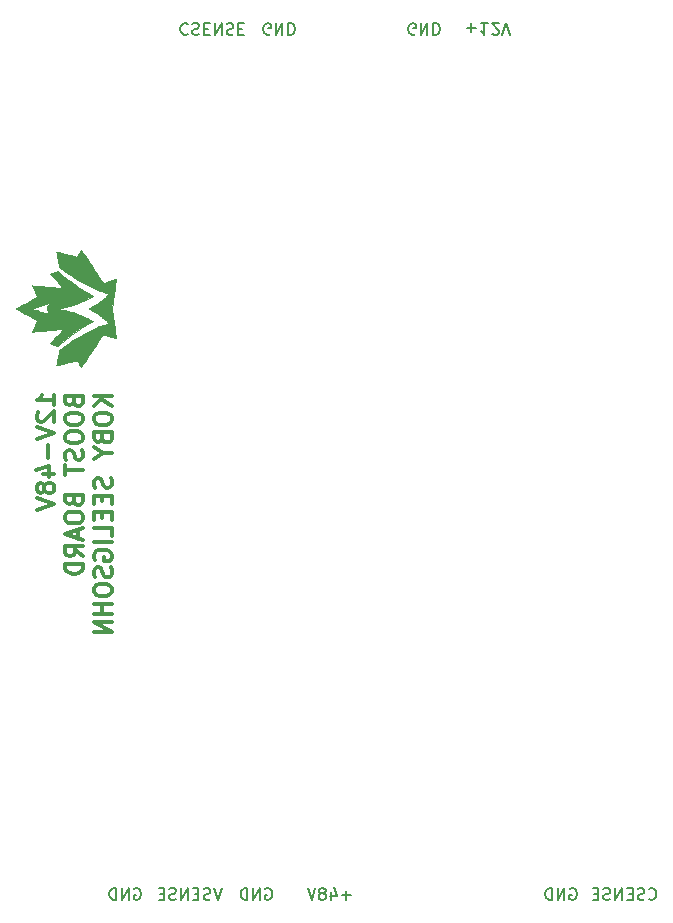
<source format=gbr>
%TF.GenerationSoftware,KiCad,Pcbnew,8.0.4*%
%TF.CreationDate,2025-06-08T20:42:27-04:00*%
%TF.ProjectId,12V-48V_Boost_Board,3132562d-3438-4565-9f42-6f6f73745f42,rev?*%
%TF.SameCoordinates,Original*%
%TF.FileFunction,Legend,Bot*%
%TF.FilePolarity,Positive*%
%FSLAX46Y46*%
G04 Gerber Fmt 4.6, Leading zero omitted, Abs format (unit mm)*
G04 Created by KiCad (PCBNEW 8.0.4) date 2025-06-08 20:42:27*
%MOMM*%
%LPD*%
G01*
G04 APERTURE LIST*
%ADD10C,0.200000*%
%ADD11C,0.300000*%
%ADD12C,0.010000*%
G04 APERTURE END LIST*
D10*
X129805482Y-70385161D02*
X129710244Y-70432780D01*
X129710244Y-70432780D02*
X129567387Y-70432780D01*
X129567387Y-70432780D02*
X129424530Y-70385161D01*
X129424530Y-70385161D02*
X129329292Y-70289923D01*
X129329292Y-70289923D02*
X129281673Y-70194685D01*
X129281673Y-70194685D02*
X129234054Y-70004209D01*
X129234054Y-70004209D02*
X129234054Y-69861352D01*
X129234054Y-69861352D02*
X129281673Y-69670876D01*
X129281673Y-69670876D02*
X129329292Y-69575638D01*
X129329292Y-69575638D02*
X129424530Y-69480400D01*
X129424530Y-69480400D02*
X129567387Y-69432780D01*
X129567387Y-69432780D02*
X129662625Y-69432780D01*
X129662625Y-69432780D02*
X129805482Y-69480400D01*
X129805482Y-69480400D02*
X129853101Y-69528019D01*
X129853101Y-69528019D02*
X129853101Y-69861352D01*
X129853101Y-69861352D02*
X129662625Y-69861352D01*
X130281673Y-69432780D02*
X130281673Y-70432780D01*
X130281673Y-70432780D02*
X130853101Y-69432780D01*
X130853101Y-69432780D02*
X130853101Y-70432780D01*
X131329292Y-69432780D02*
X131329292Y-70432780D01*
X131329292Y-70432780D02*
X131567387Y-70432780D01*
X131567387Y-70432780D02*
X131710244Y-70385161D01*
X131710244Y-70385161D02*
X131805482Y-70289923D01*
X131805482Y-70289923D02*
X131853101Y-70194685D01*
X131853101Y-70194685D02*
X131900720Y-70004209D01*
X131900720Y-70004209D02*
X131900720Y-69861352D01*
X131900720Y-69861352D02*
X131853101Y-69670876D01*
X131853101Y-69670876D02*
X131805482Y-69575638D01*
X131805482Y-69575638D02*
X131710244Y-69480400D01*
X131710244Y-69480400D02*
X131567387Y-69432780D01*
X131567387Y-69432780D02*
X131329292Y-69432780D01*
X122841101Y-69528019D02*
X122793482Y-69480400D01*
X122793482Y-69480400D02*
X122650625Y-69432780D01*
X122650625Y-69432780D02*
X122555387Y-69432780D01*
X122555387Y-69432780D02*
X122412530Y-69480400D01*
X122412530Y-69480400D02*
X122317292Y-69575638D01*
X122317292Y-69575638D02*
X122269673Y-69670876D01*
X122269673Y-69670876D02*
X122222054Y-69861352D01*
X122222054Y-69861352D02*
X122222054Y-70004209D01*
X122222054Y-70004209D02*
X122269673Y-70194685D01*
X122269673Y-70194685D02*
X122317292Y-70289923D01*
X122317292Y-70289923D02*
X122412530Y-70385161D01*
X122412530Y-70385161D02*
X122555387Y-70432780D01*
X122555387Y-70432780D02*
X122650625Y-70432780D01*
X122650625Y-70432780D02*
X122793482Y-70385161D01*
X122793482Y-70385161D02*
X122841101Y-70337542D01*
X123222054Y-69480400D02*
X123364911Y-69432780D01*
X123364911Y-69432780D02*
X123603006Y-69432780D01*
X123603006Y-69432780D02*
X123698244Y-69480400D01*
X123698244Y-69480400D02*
X123745863Y-69528019D01*
X123745863Y-69528019D02*
X123793482Y-69623257D01*
X123793482Y-69623257D02*
X123793482Y-69718495D01*
X123793482Y-69718495D02*
X123745863Y-69813733D01*
X123745863Y-69813733D02*
X123698244Y-69861352D01*
X123698244Y-69861352D02*
X123603006Y-69908971D01*
X123603006Y-69908971D02*
X123412530Y-69956590D01*
X123412530Y-69956590D02*
X123317292Y-70004209D01*
X123317292Y-70004209D02*
X123269673Y-70051828D01*
X123269673Y-70051828D02*
X123222054Y-70147066D01*
X123222054Y-70147066D02*
X123222054Y-70242304D01*
X123222054Y-70242304D02*
X123269673Y-70337542D01*
X123269673Y-70337542D02*
X123317292Y-70385161D01*
X123317292Y-70385161D02*
X123412530Y-70432780D01*
X123412530Y-70432780D02*
X123650625Y-70432780D01*
X123650625Y-70432780D02*
X123793482Y-70385161D01*
X124222054Y-69956590D02*
X124555387Y-69956590D01*
X124698244Y-69432780D02*
X124222054Y-69432780D01*
X124222054Y-69432780D02*
X124222054Y-70432780D01*
X124222054Y-70432780D02*
X124698244Y-70432780D01*
X125126816Y-69432780D02*
X125126816Y-70432780D01*
X125126816Y-70432780D02*
X125698244Y-69432780D01*
X125698244Y-69432780D02*
X125698244Y-70432780D01*
X126126816Y-69480400D02*
X126269673Y-69432780D01*
X126269673Y-69432780D02*
X126507768Y-69432780D01*
X126507768Y-69432780D02*
X126603006Y-69480400D01*
X126603006Y-69480400D02*
X126650625Y-69528019D01*
X126650625Y-69528019D02*
X126698244Y-69623257D01*
X126698244Y-69623257D02*
X126698244Y-69718495D01*
X126698244Y-69718495D02*
X126650625Y-69813733D01*
X126650625Y-69813733D02*
X126603006Y-69861352D01*
X126603006Y-69861352D02*
X126507768Y-69908971D01*
X126507768Y-69908971D02*
X126317292Y-69956590D01*
X126317292Y-69956590D02*
X126222054Y-70004209D01*
X126222054Y-70004209D02*
X126174435Y-70051828D01*
X126174435Y-70051828D02*
X126126816Y-70147066D01*
X126126816Y-70147066D02*
X126126816Y-70242304D01*
X126126816Y-70242304D02*
X126174435Y-70337542D01*
X126174435Y-70337542D02*
X126222054Y-70385161D01*
X126222054Y-70385161D02*
X126317292Y-70432780D01*
X126317292Y-70432780D02*
X126555387Y-70432780D01*
X126555387Y-70432780D02*
X126698244Y-70385161D01*
X127126816Y-69956590D02*
X127460149Y-69956590D01*
X127603006Y-69432780D02*
X127126816Y-69432780D01*
X127126816Y-69432780D02*
X127126816Y-70432780D01*
X127126816Y-70432780D02*
X127603006Y-70432780D01*
X142081482Y-70385161D02*
X141986244Y-70432780D01*
X141986244Y-70432780D02*
X141843387Y-70432780D01*
X141843387Y-70432780D02*
X141700530Y-70385161D01*
X141700530Y-70385161D02*
X141605292Y-70289923D01*
X141605292Y-70289923D02*
X141557673Y-70194685D01*
X141557673Y-70194685D02*
X141510054Y-70004209D01*
X141510054Y-70004209D02*
X141510054Y-69861352D01*
X141510054Y-69861352D02*
X141557673Y-69670876D01*
X141557673Y-69670876D02*
X141605292Y-69575638D01*
X141605292Y-69575638D02*
X141700530Y-69480400D01*
X141700530Y-69480400D02*
X141843387Y-69432780D01*
X141843387Y-69432780D02*
X141938625Y-69432780D01*
X141938625Y-69432780D02*
X142081482Y-69480400D01*
X142081482Y-69480400D02*
X142129101Y-69528019D01*
X142129101Y-69528019D02*
X142129101Y-69861352D01*
X142129101Y-69861352D02*
X141938625Y-69861352D01*
X142557673Y-69432780D02*
X142557673Y-70432780D01*
X142557673Y-70432780D02*
X143129101Y-69432780D01*
X143129101Y-69432780D02*
X143129101Y-70432780D01*
X143605292Y-69432780D02*
X143605292Y-70432780D01*
X143605292Y-70432780D02*
X143843387Y-70432780D01*
X143843387Y-70432780D02*
X143986244Y-70385161D01*
X143986244Y-70385161D02*
X144081482Y-70289923D01*
X144081482Y-70289923D02*
X144129101Y-70194685D01*
X144129101Y-70194685D02*
X144176720Y-70004209D01*
X144176720Y-70004209D02*
X144176720Y-69861352D01*
X144176720Y-69861352D02*
X144129101Y-69670876D01*
X144129101Y-69670876D02*
X144081482Y-69575638D01*
X144081482Y-69575638D02*
X143986244Y-69480400D01*
X143986244Y-69480400D02*
X143843387Y-69432780D01*
X143843387Y-69432780D02*
X143605292Y-69432780D01*
X146469673Y-69813733D02*
X147231578Y-69813733D01*
X146850625Y-69432780D02*
X146850625Y-70194685D01*
X148231577Y-69432780D02*
X147660149Y-69432780D01*
X147945863Y-69432780D02*
X147945863Y-70432780D01*
X147945863Y-70432780D02*
X147850625Y-70289923D01*
X147850625Y-70289923D02*
X147755387Y-70194685D01*
X147755387Y-70194685D02*
X147660149Y-70147066D01*
X148612530Y-70337542D02*
X148660149Y-70385161D01*
X148660149Y-70385161D02*
X148755387Y-70432780D01*
X148755387Y-70432780D02*
X148993482Y-70432780D01*
X148993482Y-70432780D02*
X149088720Y-70385161D01*
X149088720Y-70385161D02*
X149136339Y-70337542D01*
X149136339Y-70337542D02*
X149183958Y-70242304D01*
X149183958Y-70242304D02*
X149183958Y-70147066D01*
X149183958Y-70147066D02*
X149136339Y-70004209D01*
X149136339Y-70004209D02*
X148564911Y-69432780D01*
X148564911Y-69432780D02*
X149183958Y-69432780D01*
X149469673Y-70432780D02*
X149803006Y-69432780D01*
X149803006Y-69432780D02*
X150136339Y-70432780D01*
X161882898Y-143571980D02*
X161930517Y-143619600D01*
X161930517Y-143619600D02*
X162073374Y-143667219D01*
X162073374Y-143667219D02*
X162168612Y-143667219D01*
X162168612Y-143667219D02*
X162311469Y-143619600D01*
X162311469Y-143619600D02*
X162406707Y-143524361D01*
X162406707Y-143524361D02*
X162454326Y-143429123D01*
X162454326Y-143429123D02*
X162501945Y-143238647D01*
X162501945Y-143238647D02*
X162501945Y-143095790D01*
X162501945Y-143095790D02*
X162454326Y-142905314D01*
X162454326Y-142905314D02*
X162406707Y-142810076D01*
X162406707Y-142810076D02*
X162311469Y-142714838D01*
X162311469Y-142714838D02*
X162168612Y-142667219D01*
X162168612Y-142667219D02*
X162073374Y-142667219D01*
X162073374Y-142667219D02*
X161930517Y-142714838D01*
X161930517Y-142714838D02*
X161882898Y-142762457D01*
X161501945Y-143619600D02*
X161359088Y-143667219D01*
X161359088Y-143667219D02*
X161120993Y-143667219D01*
X161120993Y-143667219D02*
X161025755Y-143619600D01*
X161025755Y-143619600D02*
X160978136Y-143571980D01*
X160978136Y-143571980D02*
X160930517Y-143476742D01*
X160930517Y-143476742D02*
X160930517Y-143381504D01*
X160930517Y-143381504D02*
X160978136Y-143286266D01*
X160978136Y-143286266D02*
X161025755Y-143238647D01*
X161025755Y-143238647D02*
X161120993Y-143191028D01*
X161120993Y-143191028D02*
X161311469Y-143143409D01*
X161311469Y-143143409D02*
X161406707Y-143095790D01*
X161406707Y-143095790D02*
X161454326Y-143048171D01*
X161454326Y-143048171D02*
X161501945Y-142952933D01*
X161501945Y-142952933D02*
X161501945Y-142857695D01*
X161501945Y-142857695D02*
X161454326Y-142762457D01*
X161454326Y-142762457D02*
X161406707Y-142714838D01*
X161406707Y-142714838D02*
X161311469Y-142667219D01*
X161311469Y-142667219D02*
X161073374Y-142667219D01*
X161073374Y-142667219D02*
X160930517Y-142714838D01*
X160501945Y-143143409D02*
X160168612Y-143143409D01*
X160025755Y-143667219D02*
X160501945Y-143667219D01*
X160501945Y-143667219D02*
X160501945Y-142667219D01*
X160501945Y-142667219D02*
X160025755Y-142667219D01*
X159597183Y-143667219D02*
X159597183Y-142667219D01*
X159597183Y-142667219D02*
X159025755Y-143667219D01*
X159025755Y-143667219D02*
X159025755Y-142667219D01*
X158597183Y-143619600D02*
X158454326Y-143667219D01*
X158454326Y-143667219D02*
X158216231Y-143667219D01*
X158216231Y-143667219D02*
X158120993Y-143619600D01*
X158120993Y-143619600D02*
X158073374Y-143571980D01*
X158073374Y-143571980D02*
X158025755Y-143476742D01*
X158025755Y-143476742D02*
X158025755Y-143381504D01*
X158025755Y-143381504D02*
X158073374Y-143286266D01*
X158073374Y-143286266D02*
X158120993Y-143238647D01*
X158120993Y-143238647D02*
X158216231Y-143191028D01*
X158216231Y-143191028D02*
X158406707Y-143143409D01*
X158406707Y-143143409D02*
X158501945Y-143095790D01*
X158501945Y-143095790D02*
X158549564Y-143048171D01*
X158549564Y-143048171D02*
X158597183Y-142952933D01*
X158597183Y-142952933D02*
X158597183Y-142857695D01*
X158597183Y-142857695D02*
X158549564Y-142762457D01*
X158549564Y-142762457D02*
X158501945Y-142714838D01*
X158501945Y-142714838D02*
X158406707Y-142667219D01*
X158406707Y-142667219D02*
X158168612Y-142667219D01*
X158168612Y-142667219D02*
X158025755Y-142714838D01*
X157597183Y-143143409D02*
X157263850Y-143143409D01*
X157120993Y-143667219D02*
X157597183Y-143667219D01*
X157597183Y-143667219D02*
X157597183Y-142667219D01*
X157597183Y-142667219D02*
X157120993Y-142667219D01*
X155206517Y-142714838D02*
X155301755Y-142667219D01*
X155301755Y-142667219D02*
X155444612Y-142667219D01*
X155444612Y-142667219D02*
X155587469Y-142714838D01*
X155587469Y-142714838D02*
X155682707Y-142810076D01*
X155682707Y-142810076D02*
X155730326Y-142905314D01*
X155730326Y-142905314D02*
X155777945Y-143095790D01*
X155777945Y-143095790D02*
X155777945Y-143238647D01*
X155777945Y-143238647D02*
X155730326Y-143429123D01*
X155730326Y-143429123D02*
X155682707Y-143524361D01*
X155682707Y-143524361D02*
X155587469Y-143619600D01*
X155587469Y-143619600D02*
X155444612Y-143667219D01*
X155444612Y-143667219D02*
X155349374Y-143667219D01*
X155349374Y-143667219D02*
X155206517Y-143619600D01*
X155206517Y-143619600D02*
X155158898Y-143571980D01*
X155158898Y-143571980D02*
X155158898Y-143238647D01*
X155158898Y-143238647D02*
X155349374Y-143238647D01*
X154730326Y-143667219D02*
X154730326Y-142667219D01*
X154730326Y-142667219D02*
X154158898Y-143667219D01*
X154158898Y-143667219D02*
X154158898Y-142667219D01*
X153682707Y-143667219D02*
X153682707Y-142667219D01*
X153682707Y-142667219D02*
X153444612Y-142667219D01*
X153444612Y-142667219D02*
X153301755Y-142714838D01*
X153301755Y-142714838D02*
X153206517Y-142810076D01*
X153206517Y-142810076D02*
X153158898Y-142905314D01*
X153158898Y-142905314D02*
X153111279Y-143095790D01*
X153111279Y-143095790D02*
X153111279Y-143238647D01*
X153111279Y-143238647D02*
X153158898Y-143429123D01*
X153158898Y-143429123D02*
X153206517Y-143524361D01*
X153206517Y-143524361D02*
X153301755Y-143619600D01*
X153301755Y-143619600D02*
X153444612Y-143667219D01*
X153444612Y-143667219D02*
X153682707Y-143667219D01*
X136654326Y-143286266D02*
X135892422Y-143286266D01*
X136273374Y-143667219D02*
X136273374Y-142905314D01*
X134987660Y-143000552D02*
X134987660Y-143667219D01*
X135225755Y-142619600D02*
X135463850Y-143333885D01*
X135463850Y-143333885D02*
X134844803Y-143333885D01*
X134320993Y-143095790D02*
X134416231Y-143048171D01*
X134416231Y-143048171D02*
X134463850Y-143000552D01*
X134463850Y-143000552D02*
X134511469Y-142905314D01*
X134511469Y-142905314D02*
X134511469Y-142857695D01*
X134511469Y-142857695D02*
X134463850Y-142762457D01*
X134463850Y-142762457D02*
X134416231Y-142714838D01*
X134416231Y-142714838D02*
X134320993Y-142667219D01*
X134320993Y-142667219D02*
X134130517Y-142667219D01*
X134130517Y-142667219D02*
X134035279Y-142714838D01*
X134035279Y-142714838D02*
X133987660Y-142762457D01*
X133987660Y-142762457D02*
X133940041Y-142857695D01*
X133940041Y-142857695D02*
X133940041Y-142905314D01*
X133940041Y-142905314D02*
X133987660Y-143000552D01*
X133987660Y-143000552D02*
X134035279Y-143048171D01*
X134035279Y-143048171D02*
X134130517Y-143095790D01*
X134130517Y-143095790D02*
X134320993Y-143095790D01*
X134320993Y-143095790D02*
X134416231Y-143143409D01*
X134416231Y-143143409D02*
X134463850Y-143191028D01*
X134463850Y-143191028D02*
X134511469Y-143286266D01*
X134511469Y-143286266D02*
X134511469Y-143476742D01*
X134511469Y-143476742D02*
X134463850Y-143571980D01*
X134463850Y-143571980D02*
X134416231Y-143619600D01*
X134416231Y-143619600D02*
X134320993Y-143667219D01*
X134320993Y-143667219D02*
X134130517Y-143667219D01*
X134130517Y-143667219D02*
X134035279Y-143619600D01*
X134035279Y-143619600D02*
X133987660Y-143571980D01*
X133987660Y-143571980D02*
X133940041Y-143476742D01*
X133940041Y-143476742D02*
X133940041Y-143286266D01*
X133940041Y-143286266D02*
X133987660Y-143191028D01*
X133987660Y-143191028D02*
X134035279Y-143143409D01*
X134035279Y-143143409D02*
X134130517Y-143095790D01*
X133654326Y-142667219D02*
X133320993Y-143667219D01*
X133320993Y-143667219D02*
X132987660Y-142667219D01*
X129406517Y-142714838D02*
X129501755Y-142667219D01*
X129501755Y-142667219D02*
X129644612Y-142667219D01*
X129644612Y-142667219D02*
X129787469Y-142714838D01*
X129787469Y-142714838D02*
X129882707Y-142810076D01*
X129882707Y-142810076D02*
X129930326Y-142905314D01*
X129930326Y-142905314D02*
X129977945Y-143095790D01*
X129977945Y-143095790D02*
X129977945Y-143238647D01*
X129977945Y-143238647D02*
X129930326Y-143429123D01*
X129930326Y-143429123D02*
X129882707Y-143524361D01*
X129882707Y-143524361D02*
X129787469Y-143619600D01*
X129787469Y-143619600D02*
X129644612Y-143667219D01*
X129644612Y-143667219D02*
X129549374Y-143667219D01*
X129549374Y-143667219D02*
X129406517Y-143619600D01*
X129406517Y-143619600D02*
X129358898Y-143571980D01*
X129358898Y-143571980D02*
X129358898Y-143238647D01*
X129358898Y-143238647D02*
X129549374Y-143238647D01*
X128930326Y-143667219D02*
X128930326Y-142667219D01*
X128930326Y-142667219D02*
X128358898Y-143667219D01*
X128358898Y-143667219D02*
X128358898Y-142667219D01*
X127882707Y-143667219D02*
X127882707Y-142667219D01*
X127882707Y-142667219D02*
X127644612Y-142667219D01*
X127644612Y-142667219D02*
X127501755Y-142714838D01*
X127501755Y-142714838D02*
X127406517Y-142810076D01*
X127406517Y-142810076D02*
X127358898Y-142905314D01*
X127358898Y-142905314D02*
X127311279Y-143095790D01*
X127311279Y-143095790D02*
X127311279Y-143238647D01*
X127311279Y-143238647D02*
X127358898Y-143429123D01*
X127358898Y-143429123D02*
X127406517Y-143524361D01*
X127406517Y-143524361D02*
X127501755Y-143619600D01*
X127501755Y-143619600D02*
X127644612Y-143667219D01*
X127644612Y-143667219D02*
X127882707Y-143667219D01*
X125697183Y-142667219D02*
X125363850Y-143667219D01*
X125363850Y-143667219D02*
X125030517Y-142667219D01*
X124744802Y-143619600D02*
X124601945Y-143667219D01*
X124601945Y-143667219D02*
X124363850Y-143667219D01*
X124363850Y-143667219D02*
X124268612Y-143619600D01*
X124268612Y-143619600D02*
X124220993Y-143571980D01*
X124220993Y-143571980D02*
X124173374Y-143476742D01*
X124173374Y-143476742D02*
X124173374Y-143381504D01*
X124173374Y-143381504D02*
X124220993Y-143286266D01*
X124220993Y-143286266D02*
X124268612Y-143238647D01*
X124268612Y-143238647D02*
X124363850Y-143191028D01*
X124363850Y-143191028D02*
X124554326Y-143143409D01*
X124554326Y-143143409D02*
X124649564Y-143095790D01*
X124649564Y-143095790D02*
X124697183Y-143048171D01*
X124697183Y-143048171D02*
X124744802Y-142952933D01*
X124744802Y-142952933D02*
X124744802Y-142857695D01*
X124744802Y-142857695D02*
X124697183Y-142762457D01*
X124697183Y-142762457D02*
X124649564Y-142714838D01*
X124649564Y-142714838D02*
X124554326Y-142667219D01*
X124554326Y-142667219D02*
X124316231Y-142667219D01*
X124316231Y-142667219D02*
X124173374Y-142714838D01*
X123744802Y-143143409D02*
X123411469Y-143143409D01*
X123268612Y-143667219D02*
X123744802Y-143667219D01*
X123744802Y-143667219D02*
X123744802Y-142667219D01*
X123744802Y-142667219D02*
X123268612Y-142667219D01*
X122840040Y-143667219D02*
X122840040Y-142667219D01*
X122840040Y-142667219D02*
X122268612Y-143667219D01*
X122268612Y-143667219D02*
X122268612Y-142667219D01*
X121840040Y-143619600D02*
X121697183Y-143667219D01*
X121697183Y-143667219D02*
X121459088Y-143667219D01*
X121459088Y-143667219D02*
X121363850Y-143619600D01*
X121363850Y-143619600D02*
X121316231Y-143571980D01*
X121316231Y-143571980D02*
X121268612Y-143476742D01*
X121268612Y-143476742D02*
X121268612Y-143381504D01*
X121268612Y-143381504D02*
X121316231Y-143286266D01*
X121316231Y-143286266D02*
X121363850Y-143238647D01*
X121363850Y-143238647D02*
X121459088Y-143191028D01*
X121459088Y-143191028D02*
X121649564Y-143143409D01*
X121649564Y-143143409D02*
X121744802Y-143095790D01*
X121744802Y-143095790D02*
X121792421Y-143048171D01*
X121792421Y-143048171D02*
X121840040Y-142952933D01*
X121840040Y-142952933D02*
X121840040Y-142857695D01*
X121840040Y-142857695D02*
X121792421Y-142762457D01*
X121792421Y-142762457D02*
X121744802Y-142714838D01*
X121744802Y-142714838D02*
X121649564Y-142667219D01*
X121649564Y-142667219D02*
X121411469Y-142667219D01*
X121411469Y-142667219D02*
X121268612Y-142714838D01*
X120840040Y-143143409D02*
X120506707Y-143143409D01*
X120363850Y-143667219D02*
X120840040Y-143667219D01*
X120840040Y-143667219D02*
X120840040Y-142667219D01*
X120840040Y-142667219D02*
X120363850Y-142667219D01*
X118306517Y-142714838D02*
X118401755Y-142667219D01*
X118401755Y-142667219D02*
X118544612Y-142667219D01*
X118544612Y-142667219D02*
X118687469Y-142714838D01*
X118687469Y-142714838D02*
X118782707Y-142810076D01*
X118782707Y-142810076D02*
X118830326Y-142905314D01*
X118830326Y-142905314D02*
X118877945Y-143095790D01*
X118877945Y-143095790D02*
X118877945Y-143238647D01*
X118877945Y-143238647D02*
X118830326Y-143429123D01*
X118830326Y-143429123D02*
X118782707Y-143524361D01*
X118782707Y-143524361D02*
X118687469Y-143619600D01*
X118687469Y-143619600D02*
X118544612Y-143667219D01*
X118544612Y-143667219D02*
X118449374Y-143667219D01*
X118449374Y-143667219D02*
X118306517Y-143619600D01*
X118306517Y-143619600D02*
X118258898Y-143571980D01*
X118258898Y-143571980D02*
X118258898Y-143238647D01*
X118258898Y-143238647D02*
X118449374Y-143238647D01*
X117830326Y-143667219D02*
X117830326Y-142667219D01*
X117830326Y-142667219D02*
X117258898Y-143667219D01*
X117258898Y-143667219D02*
X117258898Y-142667219D01*
X116782707Y-143667219D02*
X116782707Y-142667219D01*
X116782707Y-142667219D02*
X116544612Y-142667219D01*
X116544612Y-142667219D02*
X116401755Y-142714838D01*
X116401755Y-142714838D02*
X116306517Y-142810076D01*
X116306517Y-142810076D02*
X116258898Y-142905314D01*
X116258898Y-142905314D02*
X116211279Y-143095790D01*
X116211279Y-143095790D02*
X116211279Y-143238647D01*
X116211279Y-143238647D02*
X116258898Y-143429123D01*
X116258898Y-143429123D02*
X116306517Y-143524361D01*
X116306517Y-143524361D02*
X116401755Y-143619600D01*
X116401755Y-143619600D02*
X116544612Y-143667219D01*
X116544612Y-143667219D02*
X116782707Y-143667219D01*
D11*
X111556996Y-101797225D02*
X111556996Y-100940082D01*
X111556996Y-101368653D02*
X110056996Y-101368653D01*
X110056996Y-101368653D02*
X110271282Y-101225796D01*
X110271282Y-101225796D02*
X110414139Y-101082939D01*
X110414139Y-101082939D02*
X110485568Y-100940082D01*
X110199853Y-102368653D02*
X110128425Y-102440081D01*
X110128425Y-102440081D02*
X110056996Y-102582939D01*
X110056996Y-102582939D02*
X110056996Y-102940081D01*
X110056996Y-102940081D02*
X110128425Y-103082939D01*
X110128425Y-103082939D02*
X110199853Y-103154367D01*
X110199853Y-103154367D02*
X110342710Y-103225796D01*
X110342710Y-103225796D02*
X110485568Y-103225796D01*
X110485568Y-103225796D02*
X110699853Y-103154367D01*
X110699853Y-103154367D02*
X111556996Y-102297224D01*
X111556996Y-102297224D02*
X111556996Y-103225796D01*
X110056996Y-103654367D02*
X111556996Y-104154367D01*
X111556996Y-104154367D02*
X110056996Y-104654367D01*
X110985568Y-105154366D02*
X110985568Y-106297224D01*
X110556996Y-107654367D02*
X111556996Y-107654367D01*
X109985568Y-107297224D02*
X111056996Y-106940081D01*
X111056996Y-106940081D02*
X111056996Y-107868652D01*
X110699853Y-108654366D02*
X110628425Y-108511509D01*
X110628425Y-108511509D02*
X110556996Y-108440080D01*
X110556996Y-108440080D02*
X110414139Y-108368652D01*
X110414139Y-108368652D02*
X110342710Y-108368652D01*
X110342710Y-108368652D02*
X110199853Y-108440080D01*
X110199853Y-108440080D02*
X110128425Y-108511509D01*
X110128425Y-108511509D02*
X110056996Y-108654366D01*
X110056996Y-108654366D02*
X110056996Y-108940080D01*
X110056996Y-108940080D02*
X110128425Y-109082938D01*
X110128425Y-109082938D02*
X110199853Y-109154366D01*
X110199853Y-109154366D02*
X110342710Y-109225795D01*
X110342710Y-109225795D02*
X110414139Y-109225795D01*
X110414139Y-109225795D02*
X110556996Y-109154366D01*
X110556996Y-109154366D02*
X110628425Y-109082938D01*
X110628425Y-109082938D02*
X110699853Y-108940080D01*
X110699853Y-108940080D02*
X110699853Y-108654366D01*
X110699853Y-108654366D02*
X110771282Y-108511509D01*
X110771282Y-108511509D02*
X110842710Y-108440080D01*
X110842710Y-108440080D02*
X110985568Y-108368652D01*
X110985568Y-108368652D02*
X111271282Y-108368652D01*
X111271282Y-108368652D02*
X111414139Y-108440080D01*
X111414139Y-108440080D02*
X111485568Y-108511509D01*
X111485568Y-108511509D02*
X111556996Y-108654366D01*
X111556996Y-108654366D02*
X111556996Y-108940080D01*
X111556996Y-108940080D02*
X111485568Y-109082938D01*
X111485568Y-109082938D02*
X111414139Y-109154366D01*
X111414139Y-109154366D02*
X111271282Y-109225795D01*
X111271282Y-109225795D02*
X110985568Y-109225795D01*
X110985568Y-109225795D02*
X110842710Y-109154366D01*
X110842710Y-109154366D02*
X110771282Y-109082938D01*
X110771282Y-109082938D02*
X110699853Y-108940080D01*
X110056996Y-109654366D02*
X111556996Y-110154366D01*
X111556996Y-110154366D02*
X110056996Y-110654366D01*
X113186198Y-101511510D02*
X113257626Y-101725796D01*
X113257626Y-101725796D02*
X113329055Y-101797225D01*
X113329055Y-101797225D02*
X113471912Y-101868653D01*
X113471912Y-101868653D02*
X113686198Y-101868653D01*
X113686198Y-101868653D02*
X113829055Y-101797225D01*
X113829055Y-101797225D02*
X113900484Y-101725796D01*
X113900484Y-101725796D02*
X113971912Y-101582939D01*
X113971912Y-101582939D02*
X113971912Y-101011510D01*
X113971912Y-101011510D02*
X112471912Y-101011510D01*
X112471912Y-101011510D02*
X112471912Y-101511510D01*
X112471912Y-101511510D02*
X112543341Y-101654368D01*
X112543341Y-101654368D02*
X112614769Y-101725796D01*
X112614769Y-101725796D02*
X112757626Y-101797225D01*
X112757626Y-101797225D02*
X112900484Y-101797225D01*
X112900484Y-101797225D02*
X113043341Y-101725796D01*
X113043341Y-101725796D02*
X113114769Y-101654368D01*
X113114769Y-101654368D02*
X113186198Y-101511510D01*
X113186198Y-101511510D02*
X113186198Y-101011510D01*
X112471912Y-102797225D02*
X112471912Y-103082939D01*
X112471912Y-103082939D02*
X112543341Y-103225796D01*
X112543341Y-103225796D02*
X112686198Y-103368653D01*
X112686198Y-103368653D02*
X112971912Y-103440082D01*
X112971912Y-103440082D02*
X113471912Y-103440082D01*
X113471912Y-103440082D02*
X113757626Y-103368653D01*
X113757626Y-103368653D02*
X113900484Y-103225796D01*
X113900484Y-103225796D02*
X113971912Y-103082939D01*
X113971912Y-103082939D02*
X113971912Y-102797225D01*
X113971912Y-102797225D02*
X113900484Y-102654368D01*
X113900484Y-102654368D02*
X113757626Y-102511510D01*
X113757626Y-102511510D02*
X113471912Y-102440082D01*
X113471912Y-102440082D02*
X112971912Y-102440082D01*
X112971912Y-102440082D02*
X112686198Y-102511510D01*
X112686198Y-102511510D02*
X112543341Y-102654368D01*
X112543341Y-102654368D02*
X112471912Y-102797225D01*
X112471912Y-104368654D02*
X112471912Y-104654368D01*
X112471912Y-104654368D02*
X112543341Y-104797225D01*
X112543341Y-104797225D02*
X112686198Y-104940082D01*
X112686198Y-104940082D02*
X112971912Y-105011511D01*
X112971912Y-105011511D02*
X113471912Y-105011511D01*
X113471912Y-105011511D02*
X113757626Y-104940082D01*
X113757626Y-104940082D02*
X113900484Y-104797225D01*
X113900484Y-104797225D02*
X113971912Y-104654368D01*
X113971912Y-104654368D02*
X113971912Y-104368654D01*
X113971912Y-104368654D02*
X113900484Y-104225797D01*
X113900484Y-104225797D02*
X113757626Y-104082939D01*
X113757626Y-104082939D02*
X113471912Y-104011511D01*
X113471912Y-104011511D02*
X112971912Y-104011511D01*
X112971912Y-104011511D02*
X112686198Y-104082939D01*
X112686198Y-104082939D02*
X112543341Y-104225797D01*
X112543341Y-104225797D02*
X112471912Y-104368654D01*
X113900484Y-105582940D02*
X113971912Y-105797226D01*
X113971912Y-105797226D02*
X113971912Y-106154368D01*
X113971912Y-106154368D02*
X113900484Y-106297226D01*
X113900484Y-106297226D02*
X113829055Y-106368654D01*
X113829055Y-106368654D02*
X113686198Y-106440083D01*
X113686198Y-106440083D02*
X113543341Y-106440083D01*
X113543341Y-106440083D02*
X113400484Y-106368654D01*
X113400484Y-106368654D02*
X113329055Y-106297226D01*
X113329055Y-106297226D02*
X113257626Y-106154368D01*
X113257626Y-106154368D02*
X113186198Y-105868654D01*
X113186198Y-105868654D02*
X113114769Y-105725797D01*
X113114769Y-105725797D02*
X113043341Y-105654368D01*
X113043341Y-105654368D02*
X112900484Y-105582940D01*
X112900484Y-105582940D02*
X112757626Y-105582940D01*
X112757626Y-105582940D02*
X112614769Y-105654368D01*
X112614769Y-105654368D02*
X112543341Y-105725797D01*
X112543341Y-105725797D02*
X112471912Y-105868654D01*
X112471912Y-105868654D02*
X112471912Y-106225797D01*
X112471912Y-106225797D02*
X112543341Y-106440083D01*
X112471912Y-106868654D02*
X112471912Y-107725797D01*
X113971912Y-107297225D02*
X112471912Y-107297225D01*
X113186198Y-109868653D02*
X113257626Y-110082939D01*
X113257626Y-110082939D02*
X113329055Y-110154368D01*
X113329055Y-110154368D02*
X113471912Y-110225796D01*
X113471912Y-110225796D02*
X113686198Y-110225796D01*
X113686198Y-110225796D02*
X113829055Y-110154368D01*
X113829055Y-110154368D02*
X113900484Y-110082939D01*
X113900484Y-110082939D02*
X113971912Y-109940082D01*
X113971912Y-109940082D02*
X113971912Y-109368653D01*
X113971912Y-109368653D02*
X112471912Y-109368653D01*
X112471912Y-109368653D02*
X112471912Y-109868653D01*
X112471912Y-109868653D02*
X112543341Y-110011511D01*
X112543341Y-110011511D02*
X112614769Y-110082939D01*
X112614769Y-110082939D02*
X112757626Y-110154368D01*
X112757626Y-110154368D02*
X112900484Y-110154368D01*
X112900484Y-110154368D02*
X113043341Y-110082939D01*
X113043341Y-110082939D02*
X113114769Y-110011511D01*
X113114769Y-110011511D02*
X113186198Y-109868653D01*
X113186198Y-109868653D02*
X113186198Y-109368653D01*
X112471912Y-111154368D02*
X112471912Y-111440082D01*
X112471912Y-111440082D02*
X112543341Y-111582939D01*
X112543341Y-111582939D02*
X112686198Y-111725796D01*
X112686198Y-111725796D02*
X112971912Y-111797225D01*
X112971912Y-111797225D02*
X113471912Y-111797225D01*
X113471912Y-111797225D02*
X113757626Y-111725796D01*
X113757626Y-111725796D02*
X113900484Y-111582939D01*
X113900484Y-111582939D02*
X113971912Y-111440082D01*
X113971912Y-111440082D02*
X113971912Y-111154368D01*
X113971912Y-111154368D02*
X113900484Y-111011511D01*
X113900484Y-111011511D02*
X113757626Y-110868653D01*
X113757626Y-110868653D02*
X113471912Y-110797225D01*
X113471912Y-110797225D02*
X112971912Y-110797225D01*
X112971912Y-110797225D02*
X112686198Y-110868653D01*
X112686198Y-110868653D02*
X112543341Y-111011511D01*
X112543341Y-111011511D02*
X112471912Y-111154368D01*
X113543341Y-112368654D02*
X113543341Y-113082940D01*
X113971912Y-112225797D02*
X112471912Y-112725797D01*
X112471912Y-112725797D02*
X113971912Y-113225797D01*
X113971912Y-114582939D02*
X113257626Y-114082939D01*
X113971912Y-113725796D02*
X112471912Y-113725796D01*
X112471912Y-113725796D02*
X112471912Y-114297225D01*
X112471912Y-114297225D02*
X112543341Y-114440082D01*
X112543341Y-114440082D02*
X112614769Y-114511511D01*
X112614769Y-114511511D02*
X112757626Y-114582939D01*
X112757626Y-114582939D02*
X112971912Y-114582939D01*
X112971912Y-114582939D02*
X113114769Y-114511511D01*
X113114769Y-114511511D02*
X113186198Y-114440082D01*
X113186198Y-114440082D02*
X113257626Y-114297225D01*
X113257626Y-114297225D02*
X113257626Y-113725796D01*
X113971912Y-115225796D02*
X112471912Y-115225796D01*
X112471912Y-115225796D02*
X112471912Y-115582939D01*
X112471912Y-115582939D02*
X112543341Y-115797225D01*
X112543341Y-115797225D02*
X112686198Y-115940082D01*
X112686198Y-115940082D02*
X112829055Y-116011511D01*
X112829055Y-116011511D02*
X113114769Y-116082939D01*
X113114769Y-116082939D02*
X113329055Y-116082939D01*
X113329055Y-116082939D02*
X113614769Y-116011511D01*
X113614769Y-116011511D02*
X113757626Y-115940082D01*
X113757626Y-115940082D02*
X113900484Y-115797225D01*
X113900484Y-115797225D02*
X113971912Y-115582939D01*
X113971912Y-115582939D02*
X113971912Y-115225796D01*
X116386828Y-101011510D02*
X114886828Y-101011510D01*
X116386828Y-101868653D02*
X115529685Y-101225796D01*
X114886828Y-101868653D02*
X115743971Y-101011510D01*
X114886828Y-102797225D02*
X114886828Y-103082939D01*
X114886828Y-103082939D02*
X114958257Y-103225796D01*
X114958257Y-103225796D02*
X115101114Y-103368653D01*
X115101114Y-103368653D02*
X115386828Y-103440082D01*
X115386828Y-103440082D02*
X115886828Y-103440082D01*
X115886828Y-103440082D02*
X116172542Y-103368653D01*
X116172542Y-103368653D02*
X116315400Y-103225796D01*
X116315400Y-103225796D02*
X116386828Y-103082939D01*
X116386828Y-103082939D02*
X116386828Y-102797225D01*
X116386828Y-102797225D02*
X116315400Y-102654368D01*
X116315400Y-102654368D02*
X116172542Y-102511510D01*
X116172542Y-102511510D02*
X115886828Y-102440082D01*
X115886828Y-102440082D02*
X115386828Y-102440082D01*
X115386828Y-102440082D02*
X115101114Y-102511510D01*
X115101114Y-102511510D02*
X114958257Y-102654368D01*
X114958257Y-102654368D02*
X114886828Y-102797225D01*
X115601114Y-104582939D02*
X115672542Y-104797225D01*
X115672542Y-104797225D02*
X115743971Y-104868654D01*
X115743971Y-104868654D02*
X115886828Y-104940082D01*
X115886828Y-104940082D02*
X116101114Y-104940082D01*
X116101114Y-104940082D02*
X116243971Y-104868654D01*
X116243971Y-104868654D02*
X116315400Y-104797225D01*
X116315400Y-104797225D02*
X116386828Y-104654368D01*
X116386828Y-104654368D02*
X116386828Y-104082939D01*
X116386828Y-104082939D02*
X114886828Y-104082939D01*
X114886828Y-104082939D02*
X114886828Y-104582939D01*
X114886828Y-104582939D02*
X114958257Y-104725797D01*
X114958257Y-104725797D02*
X115029685Y-104797225D01*
X115029685Y-104797225D02*
X115172542Y-104868654D01*
X115172542Y-104868654D02*
X115315400Y-104868654D01*
X115315400Y-104868654D02*
X115458257Y-104797225D01*
X115458257Y-104797225D02*
X115529685Y-104725797D01*
X115529685Y-104725797D02*
X115601114Y-104582939D01*
X115601114Y-104582939D02*
X115601114Y-104082939D01*
X115672542Y-105868654D02*
X116386828Y-105868654D01*
X114886828Y-105368654D02*
X115672542Y-105868654D01*
X115672542Y-105868654D02*
X114886828Y-106368654D01*
X116315400Y-107940082D02*
X116386828Y-108154368D01*
X116386828Y-108154368D02*
X116386828Y-108511510D01*
X116386828Y-108511510D02*
X116315400Y-108654368D01*
X116315400Y-108654368D02*
X116243971Y-108725796D01*
X116243971Y-108725796D02*
X116101114Y-108797225D01*
X116101114Y-108797225D02*
X115958257Y-108797225D01*
X115958257Y-108797225D02*
X115815400Y-108725796D01*
X115815400Y-108725796D02*
X115743971Y-108654368D01*
X115743971Y-108654368D02*
X115672542Y-108511510D01*
X115672542Y-108511510D02*
X115601114Y-108225796D01*
X115601114Y-108225796D02*
X115529685Y-108082939D01*
X115529685Y-108082939D02*
X115458257Y-108011510D01*
X115458257Y-108011510D02*
X115315400Y-107940082D01*
X115315400Y-107940082D02*
X115172542Y-107940082D01*
X115172542Y-107940082D02*
X115029685Y-108011510D01*
X115029685Y-108011510D02*
X114958257Y-108082939D01*
X114958257Y-108082939D02*
X114886828Y-108225796D01*
X114886828Y-108225796D02*
X114886828Y-108582939D01*
X114886828Y-108582939D02*
X114958257Y-108797225D01*
X115601114Y-109440081D02*
X115601114Y-109940081D01*
X116386828Y-110154367D02*
X116386828Y-109440081D01*
X116386828Y-109440081D02*
X114886828Y-109440081D01*
X114886828Y-109440081D02*
X114886828Y-110154367D01*
X115601114Y-110797224D02*
X115601114Y-111297224D01*
X116386828Y-111511510D02*
X116386828Y-110797224D01*
X116386828Y-110797224D02*
X114886828Y-110797224D01*
X114886828Y-110797224D02*
X114886828Y-111511510D01*
X116386828Y-112868653D02*
X116386828Y-112154367D01*
X116386828Y-112154367D02*
X114886828Y-112154367D01*
X116386828Y-113368653D02*
X114886828Y-113368653D01*
X114958257Y-114868654D02*
X114886828Y-114725797D01*
X114886828Y-114725797D02*
X114886828Y-114511511D01*
X114886828Y-114511511D02*
X114958257Y-114297225D01*
X114958257Y-114297225D02*
X115101114Y-114154368D01*
X115101114Y-114154368D02*
X115243971Y-114082939D01*
X115243971Y-114082939D02*
X115529685Y-114011511D01*
X115529685Y-114011511D02*
X115743971Y-114011511D01*
X115743971Y-114011511D02*
X116029685Y-114082939D01*
X116029685Y-114082939D02*
X116172542Y-114154368D01*
X116172542Y-114154368D02*
X116315400Y-114297225D01*
X116315400Y-114297225D02*
X116386828Y-114511511D01*
X116386828Y-114511511D02*
X116386828Y-114654368D01*
X116386828Y-114654368D02*
X116315400Y-114868654D01*
X116315400Y-114868654D02*
X116243971Y-114940082D01*
X116243971Y-114940082D02*
X115743971Y-114940082D01*
X115743971Y-114940082D02*
X115743971Y-114654368D01*
X116315400Y-115511511D02*
X116386828Y-115725797D01*
X116386828Y-115725797D02*
X116386828Y-116082939D01*
X116386828Y-116082939D02*
X116315400Y-116225797D01*
X116315400Y-116225797D02*
X116243971Y-116297225D01*
X116243971Y-116297225D02*
X116101114Y-116368654D01*
X116101114Y-116368654D02*
X115958257Y-116368654D01*
X115958257Y-116368654D02*
X115815400Y-116297225D01*
X115815400Y-116297225D02*
X115743971Y-116225797D01*
X115743971Y-116225797D02*
X115672542Y-116082939D01*
X115672542Y-116082939D02*
X115601114Y-115797225D01*
X115601114Y-115797225D02*
X115529685Y-115654368D01*
X115529685Y-115654368D02*
X115458257Y-115582939D01*
X115458257Y-115582939D02*
X115315400Y-115511511D01*
X115315400Y-115511511D02*
X115172542Y-115511511D01*
X115172542Y-115511511D02*
X115029685Y-115582939D01*
X115029685Y-115582939D02*
X114958257Y-115654368D01*
X114958257Y-115654368D02*
X114886828Y-115797225D01*
X114886828Y-115797225D02*
X114886828Y-116154368D01*
X114886828Y-116154368D02*
X114958257Y-116368654D01*
X114886828Y-117297225D02*
X114886828Y-117582939D01*
X114886828Y-117582939D02*
X114958257Y-117725796D01*
X114958257Y-117725796D02*
X115101114Y-117868653D01*
X115101114Y-117868653D02*
X115386828Y-117940082D01*
X115386828Y-117940082D02*
X115886828Y-117940082D01*
X115886828Y-117940082D02*
X116172542Y-117868653D01*
X116172542Y-117868653D02*
X116315400Y-117725796D01*
X116315400Y-117725796D02*
X116386828Y-117582939D01*
X116386828Y-117582939D02*
X116386828Y-117297225D01*
X116386828Y-117297225D02*
X116315400Y-117154368D01*
X116315400Y-117154368D02*
X116172542Y-117011510D01*
X116172542Y-117011510D02*
X115886828Y-116940082D01*
X115886828Y-116940082D02*
X115386828Y-116940082D01*
X115386828Y-116940082D02*
X115101114Y-117011510D01*
X115101114Y-117011510D02*
X114958257Y-117154368D01*
X114958257Y-117154368D02*
X114886828Y-117297225D01*
X116386828Y-118582939D02*
X114886828Y-118582939D01*
X115601114Y-118582939D02*
X115601114Y-119440082D01*
X116386828Y-119440082D02*
X114886828Y-119440082D01*
X116386828Y-120154368D02*
X114886828Y-120154368D01*
X114886828Y-120154368D02*
X116386828Y-121011511D01*
X116386828Y-121011511D02*
X114886828Y-121011511D01*
D12*
%TO.C,H5*%
X111944604Y-90546666D02*
X111959489Y-90559537D01*
X112124884Y-90698893D01*
X112306139Y-90845608D01*
X112500425Y-90997706D01*
X112704908Y-91153211D01*
X112916758Y-91310147D01*
X113133144Y-91466538D01*
X113351232Y-91620408D01*
X113568193Y-91769781D01*
X113781194Y-91912681D01*
X113987403Y-92047132D01*
X114183990Y-92171158D01*
X114368122Y-92282782D01*
X114536968Y-92380030D01*
X114687697Y-92460925D01*
X114715318Y-92475473D01*
X114758679Y-92500331D01*
X114787278Y-92519561D01*
X114795978Y-92529892D01*
X114786711Y-92537714D01*
X114757711Y-92557863D01*
X114714208Y-92586287D01*
X114661377Y-92619537D01*
X114453427Y-92741660D01*
X114215644Y-92866218D01*
X113965077Y-92982043D01*
X113699606Y-93089885D01*
X113417112Y-93190494D01*
X113115476Y-93284620D01*
X112792580Y-93373014D01*
X112446304Y-93456426D01*
X112074531Y-93535607D01*
X111717527Y-93607258D01*
X111928394Y-93646692D01*
X112149531Y-93690237D01*
X112407896Y-93746209D01*
X112665211Y-93807089D01*
X112914794Y-93871222D01*
X113149960Y-93936949D01*
X113364028Y-94002615D01*
X113472765Y-94039031D01*
X113674774Y-94112849D01*
X113877642Y-94194404D01*
X114076674Y-94281514D01*
X114267174Y-94371999D01*
X114444444Y-94463677D01*
X114603790Y-94554367D01*
X114740515Y-94641889D01*
X114807245Y-94687801D01*
X114664873Y-94763384D01*
X114541613Y-94830711D01*
X114348819Y-94942174D01*
X114140997Y-95068672D01*
X113921366Y-95207952D01*
X113693146Y-95357764D01*
X113459558Y-95515857D01*
X113223821Y-95679979D01*
X112989156Y-95847879D01*
X112758782Y-96017306D01*
X112535920Y-96186007D01*
X112323790Y-96351733D01*
X112125611Y-96512232D01*
X111944604Y-96665252D01*
X111807784Y-96783853D01*
X111695166Y-96742506D01*
X111572007Y-96697222D01*
X111465877Y-96658006D01*
X111381404Y-96626501D01*
X111316276Y-96601801D01*
X111268177Y-96583002D01*
X111234795Y-96569198D01*
X111213816Y-96559484D01*
X111202925Y-96552955D01*
X111199809Y-96548706D01*
X111206035Y-96539964D01*
X111229174Y-96511949D01*
X111267861Y-96466594D01*
X111320465Y-96405769D01*
X111385352Y-96331348D01*
X111460890Y-96245200D01*
X111545446Y-96149199D01*
X111637387Y-96045216D01*
X111735079Y-95935122D01*
X111817291Y-95842490D01*
X111909918Y-95737751D01*
X111995272Y-95640835D01*
X112071745Y-95553591D01*
X112137726Y-95477867D01*
X112191605Y-95415513D01*
X112231773Y-95368375D01*
X112256621Y-95338303D01*
X112264538Y-95327145D01*
X112264019Y-95327040D01*
X112245238Y-95327923D01*
X112201013Y-95331291D01*
X112133285Y-95336965D01*
X112043995Y-95344769D01*
X111935082Y-95354528D01*
X111808488Y-95366063D01*
X111666154Y-95379198D01*
X111510020Y-95393758D01*
X111342027Y-95409564D01*
X111164115Y-95426441D01*
X110978226Y-95444212D01*
X110947493Y-95447159D01*
X110762690Y-95464760D01*
X110586127Y-95481380D01*
X110419751Y-95496848D01*
X110265509Y-95510990D01*
X110125346Y-95523635D01*
X110001209Y-95534610D01*
X109895044Y-95543742D01*
X109808798Y-95550859D01*
X109744416Y-95555790D01*
X109703846Y-95558360D01*
X109689034Y-95558399D01*
X109688964Y-95558301D01*
X109692763Y-95543086D01*
X109706585Y-95505398D01*
X109729250Y-95448113D01*
X109759580Y-95374109D01*
X109796396Y-95286265D01*
X109838519Y-95187458D01*
X109884770Y-95080565D01*
X109934152Y-94966760D01*
X109979831Y-94860102D01*
X110015456Y-94774923D01*
X110041817Y-94709180D01*
X110059702Y-94660826D01*
X110069900Y-94627819D01*
X110073201Y-94608114D01*
X110070394Y-94599667D01*
X110059916Y-94593678D01*
X110026539Y-94574959D01*
X109972410Y-94544745D01*
X109899509Y-94504138D01*
X109809816Y-94454238D01*
X109705311Y-94396147D01*
X109587976Y-94330965D01*
X109459789Y-94259795D01*
X109322733Y-94183738D01*
X109178787Y-94103894D01*
X109059033Y-94037352D01*
X108921556Y-93960626D01*
X108793029Y-93888530D01*
X108675380Y-93822166D01*
X108570537Y-93762634D01*
X108480430Y-93711034D01*
X108406988Y-93668466D01*
X108352138Y-93636031D01*
X108317810Y-93614828D01*
X108307338Y-93607008D01*
X109561424Y-93607008D01*
X109574205Y-93611262D01*
X109611316Y-93623091D01*
X109670438Y-93641760D01*
X109749256Y-93666542D01*
X109845456Y-93696713D01*
X109956722Y-93731546D01*
X110080742Y-93770315D01*
X110215200Y-93812294D01*
X110357781Y-93856759D01*
X110494169Y-93899280D01*
X110630193Y-93941713D01*
X110756328Y-93981088D01*
X110870191Y-94016659D01*
X110969396Y-94047681D01*
X111051562Y-94073407D01*
X111114302Y-94093093D01*
X111155234Y-94105993D01*
X111171973Y-94111361D01*
X111174247Y-94111583D01*
X111170248Y-94100807D01*
X111150838Y-94075523D01*
X111119106Y-94039904D01*
X111041125Y-93939961D01*
X110982685Y-93824743D01*
X110950020Y-93703146D01*
X110943548Y-93577922D01*
X110963687Y-93451824D01*
X111010857Y-93327603D01*
X111042615Y-93271836D01*
X111084626Y-93210655D01*
X111125611Y-93161419D01*
X111129527Y-93157335D01*
X111157940Y-93125776D01*
X111173002Y-93105325D01*
X111171517Y-93100239D01*
X111155757Y-93105365D01*
X111115621Y-93118087D01*
X111053590Y-93137622D01*
X110972042Y-93163223D01*
X110873353Y-93194146D01*
X110759901Y-93229647D01*
X110634064Y-93268981D01*
X110498217Y-93311402D01*
X110354739Y-93356166D01*
X110212391Y-93400614D01*
X110078009Y-93442682D01*
X109954199Y-93481548D01*
X109843248Y-93516489D01*
X109747444Y-93546782D01*
X109669072Y-93571703D01*
X109610420Y-93590530D01*
X109573775Y-93602539D01*
X109561424Y-93607008D01*
X108307338Y-93607008D01*
X108305933Y-93605959D01*
X108316182Y-93598169D01*
X108348978Y-93577835D01*
X108402476Y-93546174D01*
X108474764Y-93504275D01*
X108563933Y-93453226D01*
X108668072Y-93394116D01*
X108785271Y-93328032D01*
X108913622Y-93256063D01*
X109051212Y-93179297D01*
X109196132Y-93098822D01*
X109331526Y-93023755D01*
X109469607Y-92947079D01*
X109598586Y-92875333D01*
X109716557Y-92809586D01*
X109821612Y-92750904D01*
X109911843Y-92700354D01*
X109985344Y-92659004D01*
X110040206Y-92627919D01*
X110074521Y-92608169D01*
X110086384Y-92600818D01*
X110086382Y-92600790D01*
X110080809Y-92586897D01*
X110065366Y-92550410D01*
X110041284Y-92494192D01*
X110009797Y-92421105D01*
X109972138Y-92334011D01*
X109929540Y-92235771D01*
X109883236Y-92129249D01*
X109882278Y-92127048D01*
X109836277Y-92020550D01*
X109794435Y-91922197D01*
X109757932Y-91834875D01*
X109727948Y-91761472D01*
X109705663Y-91704875D01*
X109692256Y-91667971D01*
X109688907Y-91653646D01*
X109689484Y-91653469D01*
X109708639Y-91653913D01*
X109753233Y-91656862D01*
X109821322Y-91662144D01*
X109910958Y-91669586D01*
X110020195Y-91679016D01*
X110147086Y-91690262D01*
X110289685Y-91703152D01*
X110446045Y-91717514D01*
X110614220Y-91733175D01*
X110792262Y-91749963D01*
X110978226Y-91767706D01*
X111009447Y-91770700D01*
X111171517Y-91786177D01*
X111194146Y-91788337D01*
X111370543Y-91805054D01*
X111536699Y-91820675D01*
X111690672Y-91835021D01*
X111830522Y-91847917D01*
X111954309Y-91859186D01*
X112060093Y-91868650D01*
X112145932Y-91876133D01*
X112209887Y-91881459D01*
X112250018Y-91884449D01*
X112264383Y-91884928D01*
X112258887Y-91876890D01*
X112236618Y-91849732D01*
X112198780Y-91805204D01*
X112146983Y-91745156D01*
X112082835Y-91671436D01*
X112007945Y-91585892D01*
X111923924Y-91490373D01*
X111832381Y-91386727D01*
X111734924Y-91276802D01*
X111653451Y-91184942D01*
X111560455Y-91079755D01*
X111474565Y-90982239D01*
X111397411Y-90894267D01*
X111330626Y-90817710D01*
X111275841Y-90754439D01*
X111234689Y-90706327D01*
X111208801Y-90675244D01*
X111199809Y-90663064D01*
X111202582Y-90659133D01*
X111213020Y-90652771D01*
X111233443Y-90643259D01*
X111266164Y-90629693D01*
X111313495Y-90611169D01*
X111377748Y-90586783D01*
X111461236Y-90555631D01*
X111566271Y-90516808D01*
X111695166Y-90469412D01*
X111807784Y-90428065D01*
X111944604Y-90546666D01*
G36*
X111944604Y-90546666D02*
G01*
X111959489Y-90559537D01*
X112124884Y-90698893D01*
X112306139Y-90845608D01*
X112500425Y-90997706D01*
X112704908Y-91153211D01*
X112916758Y-91310147D01*
X113133144Y-91466538D01*
X113351232Y-91620408D01*
X113568193Y-91769781D01*
X113781194Y-91912681D01*
X113987403Y-92047132D01*
X114183990Y-92171158D01*
X114368122Y-92282782D01*
X114536968Y-92380030D01*
X114687697Y-92460925D01*
X114715318Y-92475473D01*
X114758679Y-92500331D01*
X114787278Y-92519561D01*
X114795978Y-92529892D01*
X114786711Y-92537714D01*
X114757711Y-92557863D01*
X114714208Y-92586287D01*
X114661377Y-92619537D01*
X114453427Y-92741660D01*
X114215644Y-92866218D01*
X113965077Y-92982043D01*
X113699606Y-93089885D01*
X113417112Y-93190494D01*
X113115476Y-93284620D01*
X112792580Y-93373014D01*
X112446304Y-93456426D01*
X112074531Y-93535607D01*
X111717527Y-93607258D01*
X111928394Y-93646692D01*
X112149531Y-93690237D01*
X112407896Y-93746209D01*
X112665211Y-93807089D01*
X112914794Y-93871222D01*
X113149960Y-93936949D01*
X113364028Y-94002615D01*
X113472765Y-94039031D01*
X113674774Y-94112849D01*
X113877642Y-94194404D01*
X114076674Y-94281514D01*
X114267174Y-94371999D01*
X114444444Y-94463677D01*
X114603790Y-94554367D01*
X114740515Y-94641889D01*
X114807245Y-94687801D01*
X114664873Y-94763384D01*
X114541613Y-94830711D01*
X114348819Y-94942174D01*
X114140997Y-95068672D01*
X113921366Y-95207952D01*
X113693146Y-95357764D01*
X113459558Y-95515857D01*
X113223821Y-95679979D01*
X112989156Y-95847879D01*
X112758782Y-96017306D01*
X112535920Y-96186007D01*
X112323790Y-96351733D01*
X112125611Y-96512232D01*
X111944604Y-96665252D01*
X111807784Y-96783853D01*
X111695166Y-96742506D01*
X111572007Y-96697222D01*
X111465877Y-96658006D01*
X111381404Y-96626501D01*
X111316276Y-96601801D01*
X111268177Y-96583002D01*
X111234795Y-96569198D01*
X111213816Y-96559484D01*
X111202925Y-96552955D01*
X111199809Y-96548706D01*
X111206035Y-96539964D01*
X111229174Y-96511949D01*
X111267861Y-96466594D01*
X111320465Y-96405769D01*
X111385352Y-96331348D01*
X111460890Y-96245200D01*
X111545446Y-96149199D01*
X111637387Y-96045216D01*
X111735079Y-95935122D01*
X111817291Y-95842490D01*
X111909918Y-95737751D01*
X111995272Y-95640835D01*
X112071745Y-95553591D01*
X112137726Y-95477867D01*
X112191605Y-95415513D01*
X112231773Y-95368375D01*
X112256621Y-95338303D01*
X112264538Y-95327145D01*
X112264019Y-95327040D01*
X112245238Y-95327923D01*
X112201013Y-95331291D01*
X112133285Y-95336965D01*
X112043995Y-95344769D01*
X111935082Y-95354528D01*
X111808488Y-95366063D01*
X111666154Y-95379198D01*
X111510020Y-95393758D01*
X111342027Y-95409564D01*
X111164115Y-95426441D01*
X110978226Y-95444212D01*
X110947493Y-95447159D01*
X110762690Y-95464760D01*
X110586127Y-95481380D01*
X110419751Y-95496848D01*
X110265509Y-95510990D01*
X110125346Y-95523635D01*
X110001209Y-95534610D01*
X109895044Y-95543742D01*
X109808798Y-95550859D01*
X109744416Y-95555790D01*
X109703846Y-95558360D01*
X109689034Y-95558399D01*
X109688964Y-95558301D01*
X109692763Y-95543086D01*
X109706585Y-95505398D01*
X109729250Y-95448113D01*
X109759580Y-95374109D01*
X109796396Y-95286265D01*
X109838519Y-95187458D01*
X109884770Y-95080565D01*
X109934152Y-94966760D01*
X109979831Y-94860102D01*
X110015456Y-94774923D01*
X110041817Y-94709180D01*
X110059702Y-94660826D01*
X110069900Y-94627819D01*
X110073201Y-94608114D01*
X110070394Y-94599667D01*
X110059916Y-94593678D01*
X110026539Y-94574959D01*
X109972410Y-94544745D01*
X109899509Y-94504138D01*
X109809816Y-94454238D01*
X109705311Y-94396147D01*
X109587976Y-94330965D01*
X109459789Y-94259795D01*
X109322733Y-94183738D01*
X109178787Y-94103894D01*
X109059033Y-94037352D01*
X108921556Y-93960626D01*
X108793029Y-93888530D01*
X108675380Y-93822166D01*
X108570537Y-93762634D01*
X108480430Y-93711034D01*
X108406988Y-93668466D01*
X108352138Y-93636031D01*
X108317810Y-93614828D01*
X108307338Y-93607008D01*
X109561424Y-93607008D01*
X109574205Y-93611262D01*
X109611316Y-93623091D01*
X109670438Y-93641760D01*
X109749256Y-93666542D01*
X109845456Y-93696713D01*
X109956722Y-93731546D01*
X110080742Y-93770315D01*
X110215200Y-93812294D01*
X110357781Y-93856759D01*
X110494169Y-93899280D01*
X110630193Y-93941713D01*
X110756328Y-93981088D01*
X110870191Y-94016659D01*
X110969396Y-94047681D01*
X111051562Y-94073407D01*
X111114302Y-94093093D01*
X111155234Y-94105993D01*
X111171973Y-94111361D01*
X111174247Y-94111583D01*
X111170248Y-94100807D01*
X111150838Y-94075523D01*
X111119106Y-94039904D01*
X111041125Y-93939961D01*
X110982685Y-93824743D01*
X110950020Y-93703146D01*
X110943548Y-93577922D01*
X110963687Y-93451824D01*
X111010857Y-93327603D01*
X111042615Y-93271836D01*
X111084626Y-93210655D01*
X111125611Y-93161419D01*
X111129527Y-93157335D01*
X111157940Y-93125776D01*
X111173002Y-93105325D01*
X111171517Y-93100239D01*
X111155757Y-93105365D01*
X111115621Y-93118087D01*
X111053590Y-93137622D01*
X110972042Y-93163223D01*
X110873353Y-93194146D01*
X110759901Y-93229647D01*
X110634064Y-93268981D01*
X110498217Y-93311402D01*
X110354739Y-93356166D01*
X110212391Y-93400614D01*
X110078009Y-93442682D01*
X109954199Y-93481548D01*
X109843248Y-93516489D01*
X109747444Y-93546782D01*
X109669072Y-93571703D01*
X109610420Y-93590530D01*
X109573775Y-93602539D01*
X109561424Y-93607008D01*
X108307338Y-93607008D01*
X108305933Y-93605959D01*
X108316182Y-93598169D01*
X108348978Y-93577835D01*
X108402476Y-93546174D01*
X108474764Y-93504275D01*
X108563933Y-93453226D01*
X108668072Y-93394116D01*
X108785271Y-93328032D01*
X108913622Y-93256063D01*
X109051212Y-93179297D01*
X109196132Y-93098822D01*
X109331526Y-93023755D01*
X109469607Y-92947079D01*
X109598586Y-92875333D01*
X109716557Y-92809586D01*
X109821612Y-92750904D01*
X109911843Y-92700354D01*
X109985344Y-92659004D01*
X110040206Y-92627919D01*
X110074521Y-92608169D01*
X110086384Y-92600818D01*
X110086382Y-92600790D01*
X110080809Y-92586897D01*
X110065366Y-92550410D01*
X110041284Y-92494192D01*
X110009797Y-92421105D01*
X109972138Y-92334011D01*
X109929540Y-92235771D01*
X109883236Y-92129249D01*
X109882278Y-92127048D01*
X109836277Y-92020550D01*
X109794435Y-91922197D01*
X109757932Y-91834875D01*
X109727948Y-91761472D01*
X109705663Y-91704875D01*
X109692256Y-91667971D01*
X109688907Y-91653646D01*
X109689484Y-91653469D01*
X109708639Y-91653913D01*
X109753233Y-91656862D01*
X109821322Y-91662144D01*
X109910958Y-91669586D01*
X110020195Y-91679016D01*
X110147086Y-91690262D01*
X110289685Y-91703152D01*
X110446045Y-91717514D01*
X110614220Y-91733175D01*
X110792262Y-91749963D01*
X110978226Y-91767706D01*
X111009447Y-91770700D01*
X111171517Y-91786177D01*
X111194146Y-91788337D01*
X111370543Y-91805054D01*
X111536699Y-91820675D01*
X111690672Y-91835021D01*
X111830522Y-91847917D01*
X111954309Y-91859186D01*
X112060093Y-91868650D01*
X112145932Y-91876133D01*
X112209887Y-91881459D01*
X112250018Y-91884449D01*
X112264383Y-91884928D01*
X112258887Y-91876890D01*
X112236618Y-91849732D01*
X112198780Y-91805204D01*
X112146983Y-91745156D01*
X112082835Y-91671436D01*
X112007945Y-91585892D01*
X111923924Y-91490373D01*
X111832381Y-91386727D01*
X111734924Y-91276802D01*
X111653451Y-91184942D01*
X111560455Y-91079755D01*
X111474565Y-90982239D01*
X111397411Y-90894267D01*
X111330626Y-90817710D01*
X111275841Y-90754439D01*
X111234689Y-90706327D01*
X111208801Y-90675244D01*
X111199809Y-90663064D01*
X111202582Y-90659133D01*
X111213020Y-90652771D01*
X111233443Y-90643259D01*
X111266164Y-90629693D01*
X111313495Y-90611169D01*
X111377748Y-90586783D01*
X111461236Y-90555631D01*
X111566271Y-90516808D01*
X111695166Y-90469412D01*
X111807784Y-90428065D01*
X111944604Y-90546666D01*
G37*
X113805852Y-88636899D02*
X113825501Y-88665006D01*
X113858692Y-88713941D01*
X113904487Y-88782282D01*
X113961944Y-88868606D01*
X114030127Y-88971492D01*
X114108094Y-89089517D01*
X114194907Y-89221259D01*
X114289627Y-89365295D01*
X114391315Y-89520203D01*
X114499031Y-89684562D01*
X114611835Y-89856949D01*
X114728790Y-90035941D01*
X114817295Y-90171384D01*
X114931319Y-90345562D01*
X115040552Y-90512060D01*
X115144049Y-90669457D01*
X115240865Y-90816329D01*
X115330056Y-90951253D01*
X115410679Y-91072806D01*
X115481787Y-91179565D01*
X115542439Y-91270106D01*
X115591688Y-91343007D01*
X115628590Y-91396846D01*
X115652202Y-91430197D01*
X115661579Y-91441639D01*
X115663773Y-91441270D01*
X115687316Y-91434851D01*
X115733575Y-91421139D01*
X115799627Y-91401035D01*
X115882546Y-91375441D01*
X115979408Y-91345257D01*
X116087287Y-91311385D01*
X116203261Y-91274726D01*
X116239210Y-91263334D01*
X116352824Y-91227446D01*
X116457316Y-91194611D01*
X116549788Y-91165727D01*
X116627338Y-91141696D01*
X116687068Y-91123416D01*
X116726076Y-91111788D01*
X116741463Y-91107712D01*
X116748837Y-91115314D01*
X116753014Y-91140512D01*
X116751775Y-91155047D01*
X116747423Y-91195854D01*
X116740169Y-91260476D01*
X116730251Y-91346870D01*
X116717911Y-91452994D01*
X116703387Y-91576803D01*
X116686919Y-91716255D01*
X116668748Y-91869308D01*
X116649114Y-92033917D01*
X116628254Y-92208041D01*
X116606411Y-92389636D01*
X116459808Y-93605959D01*
X116609124Y-94847729D01*
X116609273Y-94848966D01*
X116631142Y-95031771D01*
X116651847Y-95206645D01*
X116671167Y-95371618D01*
X116688882Y-95524721D01*
X116704769Y-95663982D01*
X116718609Y-95787433D01*
X116730180Y-95893104D01*
X116739262Y-95979023D01*
X116745633Y-96043222D01*
X116749074Y-96083731D01*
X116749362Y-96098579D01*
X116746987Y-96098770D01*
X116723452Y-96093856D01*
X116677297Y-96081557D01*
X116611382Y-96062716D01*
X116528568Y-96038176D01*
X116431715Y-96008781D01*
X116323683Y-95975373D01*
X116207334Y-95938797D01*
X116166400Y-95925841D01*
X116052245Y-95889860D01*
X115947218Y-95856973D01*
X115854218Y-95828073D01*
X115776145Y-95804054D01*
X115715896Y-95785810D01*
X115676370Y-95774233D01*
X115660466Y-95770218D01*
X115654872Y-95776762D01*
X115634828Y-95804860D01*
X115601257Y-95853795D01*
X115555102Y-95922143D01*
X115497307Y-96008481D01*
X115428813Y-96111387D01*
X115350564Y-96229436D01*
X115263504Y-96361205D01*
X115168575Y-96505271D01*
X115066720Y-96660210D01*
X114958882Y-96824600D01*
X114846004Y-96997018D01*
X114729030Y-97176038D01*
X114640419Y-97311704D01*
X114526528Y-97485845D01*
X114417492Y-97652305D01*
X114314249Y-97809663D01*
X114217740Y-97956497D01*
X114128904Y-98091383D01*
X114048680Y-98212899D01*
X113978007Y-98319623D01*
X113917826Y-98410133D01*
X113869075Y-98483005D01*
X113832694Y-98536818D01*
X113809622Y-98570149D01*
X113800799Y-98581575D01*
X113794588Y-98574641D01*
X113775994Y-98546572D01*
X113747331Y-98499988D01*
X113710570Y-98438168D01*
X113667680Y-98364389D01*
X113620633Y-98281930D01*
X113603021Y-98250858D01*
X113550732Y-98159826D01*
X113509607Y-98090630D01*
X113478232Y-98041117D01*
X113455195Y-98009135D01*
X113439082Y-97992530D01*
X113428481Y-97989151D01*
X113427416Y-97989469D01*
X113400623Y-97996839D01*
X113351113Y-98009908D01*
X113281645Y-98027976D01*
X113194981Y-98050344D01*
X113093880Y-98076310D01*
X112981102Y-98105174D01*
X112859407Y-98136237D01*
X112731557Y-98168798D01*
X112600310Y-98202157D01*
X112468427Y-98235613D01*
X112338668Y-98268466D01*
X112213794Y-98300017D01*
X112096563Y-98329564D01*
X111989738Y-98356407D01*
X111896077Y-98379847D01*
X111818342Y-98399183D01*
X111759291Y-98413714D01*
X111721686Y-98422741D01*
X111708286Y-98425563D01*
X111708274Y-98425541D01*
X111710395Y-98410970D01*
X111717415Y-98371818D01*
X111728824Y-98310755D01*
X111744110Y-98230447D01*
X111762763Y-98133562D01*
X111784273Y-98022767D01*
X111808127Y-97900732D01*
X111833816Y-97770122D01*
X111842813Y-97724590D01*
X111873909Y-97568795D01*
X111900541Y-97438247D01*
X111923094Y-97331248D01*
X111941953Y-97246103D01*
X111957504Y-97181113D01*
X111970132Y-97134581D01*
X111980221Y-97104812D01*
X111988158Y-97090106D01*
X112004228Y-97074603D01*
X112045008Y-97040400D01*
X112103707Y-96994356D01*
X112177278Y-96938690D01*
X112262678Y-96875624D01*
X112356859Y-96807376D01*
X112456778Y-96736169D01*
X112559388Y-96664222D01*
X112661644Y-96593755D01*
X112760501Y-96526990D01*
X112797543Y-96502349D01*
X113110592Y-96300444D01*
X113434342Y-96102344D01*
X113764501Y-95910365D01*
X114096779Y-95726823D01*
X114426883Y-95554035D01*
X114750521Y-95394317D01*
X115063402Y-95249984D01*
X115361233Y-95123355D01*
X115422412Y-95099193D01*
X115513697Y-95064746D01*
X115612886Y-95028751D01*
X115715133Y-94992847D01*
X115815597Y-94958676D01*
X115909434Y-94927879D01*
X115991800Y-94902097D01*
X116057851Y-94882971D01*
X116102744Y-94872141D01*
X116112137Y-94870219D01*
X116142361Y-94861257D01*
X116154548Y-94852765D01*
X116147743Y-94843055D01*
X116122618Y-94816984D01*
X116081896Y-94777889D01*
X116028657Y-94728532D01*
X115965977Y-94671678D01*
X115896936Y-94610090D01*
X115824611Y-94546533D01*
X115752080Y-94483768D01*
X115682421Y-94424561D01*
X115618713Y-94371674D01*
X115592139Y-94350074D01*
X115366450Y-94176420D01*
X115131619Y-94013493D01*
X114881432Y-93857177D01*
X114609672Y-93703356D01*
X114553112Y-93672410D01*
X114503695Y-93644685D01*
X114468292Y-93624052D01*
X114452175Y-93613518D01*
X114459158Y-93604455D01*
X114487010Y-93584240D01*
X114532332Y-93555331D01*
X114591513Y-93520026D01*
X114660942Y-93480623D01*
X114755229Y-93427707D01*
X114950069Y-93313535D01*
X115127624Y-93201834D01*
X115294245Y-93088359D01*
X115456280Y-92968862D01*
X115620079Y-92839098D01*
X115671256Y-92796727D01*
X115739778Y-92738702D01*
X115811793Y-92676564D01*
X115884216Y-92613084D01*
X115953962Y-92551031D01*
X116017946Y-92493176D01*
X116073081Y-92442291D01*
X116116284Y-92401144D01*
X116144468Y-92372508D01*
X116154548Y-92359153D01*
X116153689Y-92357240D01*
X116136030Y-92348293D01*
X116102744Y-92339777D01*
X116070691Y-92332352D01*
X116009258Y-92315060D01*
X115930352Y-92290720D01*
X115838817Y-92260973D01*
X115739498Y-92227460D01*
X115637236Y-92191821D01*
X115536875Y-92155699D01*
X115443260Y-92120732D01*
X115361233Y-92088563D01*
X115061092Y-91960968D01*
X114742703Y-91814026D01*
X114413694Y-91651403D01*
X114078325Y-91475397D01*
X113740858Y-91288308D01*
X113405552Y-91092437D01*
X113076668Y-90890083D01*
X112758467Y-90683546D01*
X112693490Y-90639830D01*
X112591937Y-90570288D01*
X112489048Y-90498533D01*
X112387874Y-90426792D01*
X112291463Y-90357288D01*
X112202866Y-90292247D01*
X112125132Y-90233893D01*
X112061311Y-90184452D01*
X112014453Y-90146147D01*
X111987608Y-90121204D01*
X111984169Y-90116265D01*
X111975457Y-90095947D01*
X111964660Y-90060956D01*
X111951365Y-90009478D01*
X111935159Y-89939695D01*
X111915630Y-89849792D01*
X111892363Y-89737950D01*
X111864947Y-89602354D01*
X111832967Y-89441188D01*
X111832526Y-89438951D01*
X111806909Y-89308524D01*
X111783144Y-89186717D01*
X111761742Y-89076198D01*
X111743210Y-88979638D01*
X111728060Y-88899704D01*
X111716799Y-88839066D01*
X111709939Y-88800393D01*
X111707987Y-88786354D01*
X111708087Y-88786335D01*
X111723364Y-88789630D01*
X111762647Y-88799079D01*
X111823175Y-88813981D01*
X111902188Y-88833637D01*
X111996926Y-88857346D01*
X112104628Y-88884409D01*
X112222534Y-88914124D01*
X112347882Y-88945792D01*
X112477914Y-88978713D01*
X112609868Y-89012186D01*
X112740983Y-89045512D01*
X112868500Y-89077989D01*
X112989658Y-89108918D01*
X113101697Y-89137598D01*
X113201855Y-89163330D01*
X113287374Y-89185413D01*
X113355491Y-89203147D01*
X113403447Y-89215832D01*
X113428481Y-89222767D01*
X113431095Y-89223020D01*
X113443163Y-89215994D01*
X113461155Y-89195114D01*
X113486486Y-89158226D01*
X113520567Y-89103177D01*
X113564812Y-89027815D01*
X113620633Y-88929988D01*
X113657097Y-88865936D01*
X113701099Y-88789863D01*
X113739414Y-88724989D01*
X113770074Y-88674593D01*
X113791112Y-88641951D01*
X113800559Y-88630343D01*
X113805852Y-88636899D01*
G36*
X113805852Y-88636899D02*
G01*
X113825501Y-88665006D01*
X113858692Y-88713941D01*
X113904487Y-88782282D01*
X113961944Y-88868606D01*
X114030127Y-88971492D01*
X114108094Y-89089517D01*
X114194907Y-89221259D01*
X114289627Y-89365295D01*
X114391315Y-89520203D01*
X114499031Y-89684562D01*
X114611835Y-89856949D01*
X114728790Y-90035941D01*
X114817295Y-90171384D01*
X114931319Y-90345562D01*
X115040552Y-90512060D01*
X115144049Y-90669457D01*
X115240865Y-90816329D01*
X115330056Y-90951253D01*
X115410679Y-91072806D01*
X115481787Y-91179565D01*
X115542439Y-91270106D01*
X115591688Y-91343007D01*
X115628590Y-91396846D01*
X115652202Y-91430197D01*
X115661579Y-91441639D01*
X115663773Y-91441270D01*
X115687316Y-91434851D01*
X115733575Y-91421139D01*
X115799627Y-91401035D01*
X115882546Y-91375441D01*
X115979408Y-91345257D01*
X116087287Y-91311385D01*
X116203261Y-91274726D01*
X116239210Y-91263334D01*
X116352824Y-91227446D01*
X116457316Y-91194611D01*
X116549788Y-91165727D01*
X116627338Y-91141696D01*
X116687068Y-91123416D01*
X116726076Y-91111788D01*
X116741463Y-91107712D01*
X116748837Y-91115314D01*
X116753014Y-91140512D01*
X116751775Y-91155047D01*
X116747423Y-91195854D01*
X116740169Y-91260476D01*
X116730251Y-91346870D01*
X116717911Y-91452994D01*
X116703387Y-91576803D01*
X116686919Y-91716255D01*
X116668748Y-91869308D01*
X116649114Y-92033917D01*
X116628254Y-92208041D01*
X116606411Y-92389636D01*
X116459808Y-93605959D01*
X116609124Y-94847729D01*
X116609273Y-94848966D01*
X116631142Y-95031771D01*
X116651847Y-95206645D01*
X116671167Y-95371618D01*
X116688882Y-95524721D01*
X116704769Y-95663982D01*
X116718609Y-95787433D01*
X116730180Y-95893104D01*
X116739262Y-95979023D01*
X116745633Y-96043222D01*
X116749074Y-96083731D01*
X116749362Y-96098579D01*
X116746987Y-96098770D01*
X116723452Y-96093856D01*
X116677297Y-96081557D01*
X116611382Y-96062716D01*
X116528568Y-96038176D01*
X116431715Y-96008781D01*
X116323683Y-95975373D01*
X116207334Y-95938797D01*
X116166400Y-95925841D01*
X116052245Y-95889860D01*
X115947218Y-95856973D01*
X115854218Y-95828073D01*
X115776145Y-95804054D01*
X115715896Y-95785810D01*
X115676370Y-95774233D01*
X115660466Y-95770218D01*
X115654872Y-95776762D01*
X115634828Y-95804860D01*
X115601257Y-95853795D01*
X115555102Y-95922143D01*
X115497307Y-96008481D01*
X115428813Y-96111387D01*
X115350564Y-96229436D01*
X115263504Y-96361205D01*
X115168575Y-96505271D01*
X115066720Y-96660210D01*
X114958882Y-96824600D01*
X114846004Y-96997018D01*
X114729030Y-97176038D01*
X114640419Y-97311704D01*
X114526528Y-97485845D01*
X114417492Y-97652305D01*
X114314249Y-97809663D01*
X114217740Y-97956497D01*
X114128904Y-98091383D01*
X114048680Y-98212899D01*
X113978007Y-98319623D01*
X113917826Y-98410133D01*
X113869075Y-98483005D01*
X113832694Y-98536818D01*
X113809622Y-98570149D01*
X113800799Y-98581575D01*
X113794588Y-98574641D01*
X113775994Y-98546572D01*
X113747331Y-98499988D01*
X113710570Y-98438168D01*
X113667680Y-98364389D01*
X113620633Y-98281930D01*
X113603021Y-98250858D01*
X113550732Y-98159826D01*
X113509607Y-98090630D01*
X113478232Y-98041117D01*
X113455195Y-98009135D01*
X113439082Y-97992530D01*
X113428481Y-97989151D01*
X113427416Y-97989469D01*
X113400623Y-97996839D01*
X113351113Y-98009908D01*
X113281645Y-98027976D01*
X113194981Y-98050344D01*
X113093880Y-98076310D01*
X112981102Y-98105174D01*
X112859407Y-98136237D01*
X112731557Y-98168798D01*
X112600310Y-98202157D01*
X112468427Y-98235613D01*
X112338668Y-98268466D01*
X112213794Y-98300017D01*
X112096563Y-98329564D01*
X111989738Y-98356407D01*
X111896077Y-98379847D01*
X111818342Y-98399183D01*
X111759291Y-98413714D01*
X111721686Y-98422741D01*
X111708286Y-98425563D01*
X111708274Y-98425541D01*
X111710395Y-98410970D01*
X111717415Y-98371818D01*
X111728824Y-98310755D01*
X111744110Y-98230447D01*
X111762763Y-98133562D01*
X111784273Y-98022767D01*
X111808127Y-97900732D01*
X111833816Y-97770122D01*
X111842813Y-97724590D01*
X111873909Y-97568795D01*
X111900541Y-97438247D01*
X111923094Y-97331248D01*
X111941953Y-97246103D01*
X111957504Y-97181113D01*
X111970132Y-97134581D01*
X111980221Y-97104812D01*
X111988158Y-97090106D01*
X112004228Y-97074603D01*
X112045008Y-97040400D01*
X112103707Y-96994356D01*
X112177278Y-96938690D01*
X112262678Y-96875624D01*
X112356859Y-96807376D01*
X112456778Y-96736169D01*
X112559388Y-96664222D01*
X112661644Y-96593755D01*
X112760501Y-96526990D01*
X112797543Y-96502349D01*
X113110592Y-96300444D01*
X113434342Y-96102344D01*
X113764501Y-95910365D01*
X114096779Y-95726823D01*
X114426883Y-95554035D01*
X114750521Y-95394317D01*
X115063402Y-95249984D01*
X115361233Y-95123355D01*
X115422412Y-95099193D01*
X115513697Y-95064746D01*
X115612886Y-95028751D01*
X115715133Y-94992847D01*
X115815597Y-94958676D01*
X115909434Y-94927879D01*
X115991800Y-94902097D01*
X116057851Y-94882971D01*
X116102744Y-94872141D01*
X116112137Y-94870219D01*
X116142361Y-94861257D01*
X116154548Y-94852765D01*
X116147743Y-94843055D01*
X116122618Y-94816984D01*
X116081896Y-94777889D01*
X116028657Y-94728532D01*
X115965977Y-94671678D01*
X115896936Y-94610090D01*
X115824611Y-94546533D01*
X115752080Y-94483768D01*
X115682421Y-94424561D01*
X115618713Y-94371674D01*
X115592139Y-94350074D01*
X115366450Y-94176420D01*
X115131619Y-94013493D01*
X114881432Y-93857177D01*
X114609672Y-93703356D01*
X114553112Y-93672410D01*
X114503695Y-93644685D01*
X114468292Y-93624052D01*
X114452175Y-93613518D01*
X114459158Y-93604455D01*
X114487010Y-93584240D01*
X114532332Y-93555331D01*
X114591513Y-93520026D01*
X114660942Y-93480623D01*
X114755229Y-93427707D01*
X114950069Y-93313535D01*
X115127624Y-93201834D01*
X115294245Y-93088359D01*
X115456280Y-92968862D01*
X115620079Y-92839098D01*
X115671256Y-92796727D01*
X115739778Y-92738702D01*
X115811793Y-92676564D01*
X115884216Y-92613084D01*
X115953962Y-92551031D01*
X116017946Y-92493176D01*
X116073081Y-92442291D01*
X116116284Y-92401144D01*
X116144468Y-92372508D01*
X116154548Y-92359153D01*
X116153689Y-92357240D01*
X116136030Y-92348293D01*
X116102744Y-92339777D01*
X116070691Y-92332352D01*
X116009258Y-92315060D01*
X115930352Y-92290720D01*
X115838817Y-92260973D01*
X115739498Y-92227460D01*
X115637236Y-92191821D01*
X115536875Y-92155699D01*
X115443260Y-92120732D01*
X115361233Y-92088563D01*
X115061092Y-91960968D01*
X114742703Y-91814026D01*
X114413694Y-91651403D01*
X114078325Y-91475397D01*
X113740858Y-91288308D01*
X113405552Y-91092437D01*
X113076668Y-90890083D01*
X112758467Y-90683546D01*
X112693490Y-90639830D01*
X112591937Y-90570288D01*
X112489048Y-90498533D01*
X112387874Y-90426792D01*
X112291463Y-90357288D01*
X112202866Y-90292247D01*
X112125132Y-90233893D01*
X112061311Y-90184452D01*
X112014453Y-90146147D01*
X111987608Y-90121204D01*
X111984169Y-90116265D01*
X111975457Y-90095947D01*
X111964660Y-90060956D01*
X111951365Y-90009478D01*
X111935159Y-89939695D01*
X111915630Y-89849792D01*
X111892363Y-89737950D01*
X111864947Y-89602354D01*
X111832967Y-89441188D01*
X111832526Y-89438951D01*
X111806909Y-89308524D01*
X111783144Y-89186717D01*
X111761742Y-89076198D01*
X111743210Y-88979638D01*
X111728060Y-88899704D01*
X111716799Y-88839066D01*
X111709939Y-88800393D01*
X111707987Y-88786354D01*
X111708087Y-88786335D01*
X111723364Y-88789630D01*
X111762647Y-88799079D01*
X111823175Y-88813981D01*
X111902188Y-88833637D01*
X111996926Y-88857346D01*
X112104628Y-88884409D01*
X112222534Y-88914124D01*
X112347882Y-88945792D01*
X112477914Y-88978713D01*
X112609868Y-89012186D01*
X112740983Y-89045512D01*
X112868500Y-89077989D01*
X112989658Y-89108918D01*
X113101697Y-89137598D01*
X113201855Y-89163330D01*
X113287374Y-89185413D01*
X113355491Y-89203147D01*
X113403447Y-89215832D01*
X113428481Y-89222767D01*
X113431095Y-89223020D01*
X113443163Y-89215994D01*
X113461155Y-89195114D01*
X113486486Y-89158226D01*
X113520567Y-89103177D01*
X113564812Y-89027815D01*
X113620633Y-88929988D01*
X113657097Y-88865936D01*
X113701099Y-88789863D01*
X113739414Y-88724989D01*
X113770074Y-88674593D01*
X113791112Y-88641951D01*
X113800559Y-88630343D01*
X113805852Y-88636899D01*
G37*
%TD*%
M02*

</source>
